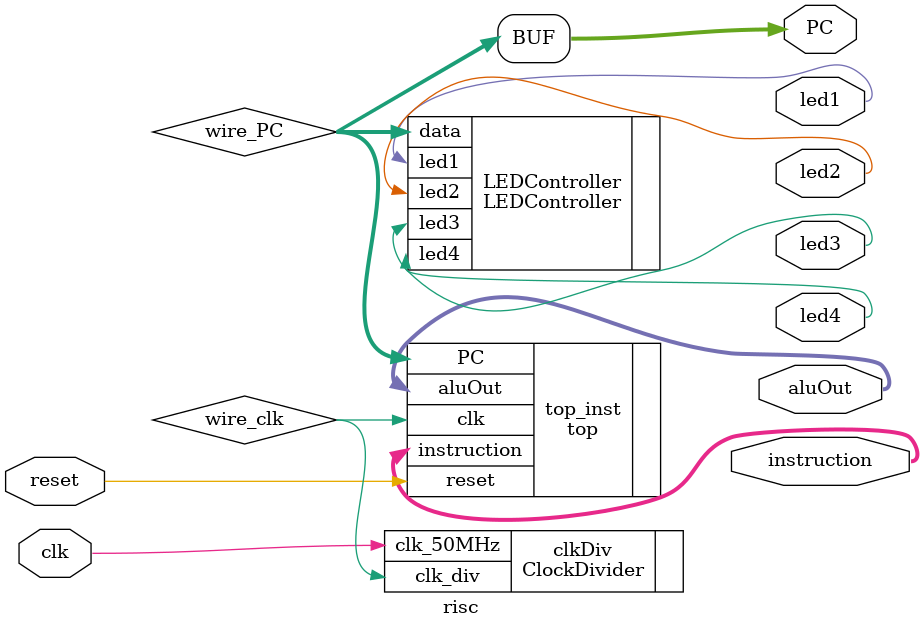
<source format=v>
`timescale 1ns / 1ps


module risc(
    input clk,reset,
    output [31:0] instruction,aluOut,PC,
    output led1,led2,led3,led4
    );

wire wire_clk; // wire to connect clockDivider to top
wire [31:0] wire_instruction; 
wire [31:0] wire_aluOut;
wire [31:0] wire_PC;
wire wire_led;


// intantiate clockDivider
ClockDivider clkDiv(
  .clk_50MHz(clk),
  .clk_div(wire_clk)
    
    );
    

//intantiate top
top top_inst(
    .clk(wire_clk),
     //.clk(clk),
    .reset(reset),
    .instruction(instruction),
    .aluOut(aluOut),
    .PC(wire_PC)
    );
 
 LEDController  LEDController(
    .data(wire_PC),   
    .led1(led1),
    .led2(led2),
    .led3(led3),
    .led4(led4)
 );
 assign PC = wire_PC;
  
endmodule

</source>
